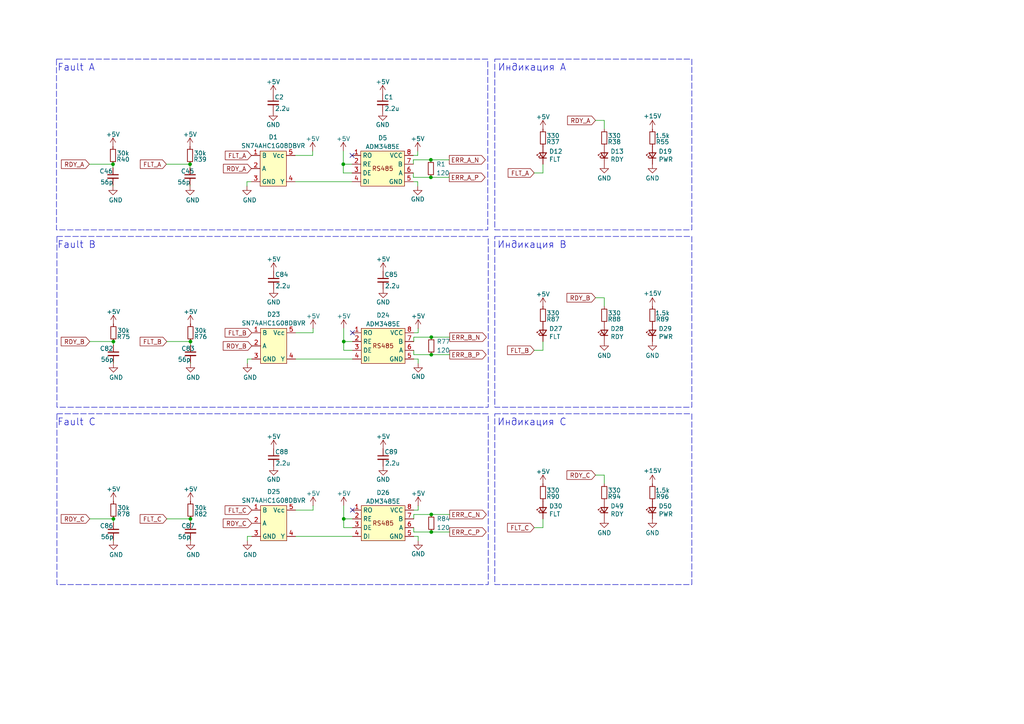
<source format=kicad_sch>
(kicad_sch (version 20231120) (generator "eeschema") (generator_version "8.0")
  (paper "A4")
  (lib_symbols
    (symbol "Device:C_Small" (pin_numbers hide) (pin_names (offset 0.254) hide)
      (property "Reference" "C" (at 0.254 1.778 0))
      (property "Value" "C_Small" (at 0.254 -2.032 0))
      (symbol "C_Small_0_1"
        (polyline (pts (xy -1.524 -0.508) (xy 1.524 -0.508)) (stroke (width 0.3302)))
        (polyline (pts (xy -1.524 0.508) (xy 1.524 0.508)) (stroke (width 0.3048)))
      )
      (symbol "C_Small_1_1"
        (pin passive line (at 0 2.54 270) (length 2.032) (name "~") (number "1"))
        (pin passive line (at 0 -2.54 90) (length 2.032) (name "~") (number "2"))
      )
    )
    (symbol "Device:LED_Small" (pin_numbers hide) (pin_names (offset 0.254) hide)
      (property "Reference" "D" (at -1.27 3.175 0))
      (property "Value" "LED_Small" (at -4.445 -2.54 0))
      (symbol "LED_Small_0_1"
        (polyline (pts (xy -0.762 -1.016) (xy -0.762 1.016)) (stroke (width 0.254)))
        (polyline (pts (xy 1.016 0) (xy -0.762 0)))
        (polyline (pts (xy 0.762 -1.016) (xy -0.762 0) (xy 0.762 1.016) (xy 0.762 -1.016)) (stroke (width 0.254)))
        (polyline (pts (xy 0 0.762) (xy -0.508 1.27) (xy -0.254 1.27) (xy -0.508 1.27) (xy -0.508 1.016)))
        (polyline (pts (xy 0.508 1.27) (xy 0 1.778) (xy 0.254 1.778) (xy 0 1.778) (xy 0 1.524)))
      )
      (symbol "LED_Small_1_1"
        (pin passive line (at -2.54 0 0) (length 1.778) (name "K") (number "1"))
        (pin passive line (at 2.54 0 180) (length 1.778) (name "A") (number "2"))
      )
    )
    (symbol "Device:R_Small" (pin_numbers hide) (pin_names (offset 0.254) hide)
      (property "Reference" "R" (at 0.762 0.508 0))
      (property "Value" "R_Small" (at 0.762 -1.016 0))
      (symbol "R_Small_0_1"
        (rectangle (start -0.762 1.778) (end 0.762 -1.778) (stroke (width 0.2032)))
      )
      (symbol "R_Small_1_1"
        (pin passive line (at 0 2.54 270) (length 0.762) (name "~") (number "1"))
        (pin passive line (at 0 -2.54 90) (length 0.762) (name "~") (number "2"))
      )
    )
    (symbol "Interface_My:ADM3485E_1"
      (property "Reference" "D15" (at 0 2.032 0))
      (property "Value" "ADM3485E" (at 0 -0.508 0))
      (symbol "ADM3485E_1_0_0"
        (rectangle (start -6.35 -2.54) (end 6.35 -12.7) (fill (type background)))
        (text "RS485" (at 0 -7.62 0) (effects (font (size 1.27 1.27))))
      )
      (symbol "ADM3485E_1_1_1"
        (pin input line (at -8.89 -3.81 0) (length 2.54) (name "RO") (number "1"))
        (pin input line (at -8.89 -6.35 0) (length 2.54) (name "RE") (number "2"))
        (pin input line (at -8.89 -8.89 0) (length 2.54) (name "DE") (number "3"))
        (pin input line (at -8.89 -11.43 0) (length 2.54) (name "DI") (number "4"))
        (pin input line (at 8.89 -11.43 180) (length 2.54) (name "GND") (number "5"))
        (pin input line (at 8.89 -8.89 180) (length 2.54) (name "A") (number "6"))
        (pin input line (at 8.89 -6.35 180) (length 2.54) (name "B") (number "7"))
        (pin input line (at 8.89 -3.81 180) (length 2.54) (name "VCC") (number "8"))
      )
    )
    (symbol "Logic_My:MC74VHC1GT08DTT1G"
      (property "Reference" "D" (at 0 1.016 0))
      (symbol "MC74VHC1GT08DTT1G_1_1"
        (rectangle (start -3.81 0) (end 3.81 -10.16) (fill (type background)))
        (pin input line (at -6.35 -1.27 0) (length 2.54) (name "B") (number "1"))
        (pin input line (at -6.35 -5.08 0) (length 2.54) (name "A") (number "2"))
        (pin input line (at -6.35 -8.89 0) (length 2.54) (name "GND") (number "3"))
        (pin input line (at 6.35 -8.89 180) (length 2.54) (name "Y") (number "4"))
        (pin input line (at 6.35 -1.27 180) (length 2.54) (name "Vcc") (number "5"))
      )
    )
    (symbol "power:+15V" (power) (pin_names (offset 0))
      (property "Value" "+15V" (at 0 3.556 0))
      (symbol "+15V_0_1"
        (polyline (pts (xy -0.762 1.27) (xy 0 2.54)))
        (polyline (pts (xy 0 0) (xy 0 2.54)))
        (polyline (pts (xy 0 2.54) (xy 0.762 1.27)))
      )
      (symbol "+15V_1_1"
        (pin power_in line (at 0 0 90) (length 0) hide (name "+15V") (number "1"))
      )
    )
    (symbol "power:+5V" (power) (pin_numbers hide) (pin_names (offset 0) hide)
      (property "Value" "+5V" (at 0 3.556 0))
      (symbol "+5V_0_1"
        (polyline (pts (xy -0.762 1.27) (xy 0 2.54)))
        (polyline (pts (xy 0 0) (xy 0 2.54)))
        (polyline (pts (xy 0 2.54) (xy 0.762 1.27)))
      )
      (symbol "+5V_1_1"
        (pin power_in line (at 0 0 90) (length 0) (name "~") (number "1"))
      )
    )
    (symbol "power:GND" (power) (pin_names (offset 0))
      (property "Value" "GND" (at 0 -3.81 0))
      (symbol "GND_0_1"
        (polyline (pts (xy 0 0) (xy 0 -1.27) (xy 1.27 -1.27) (xy 0 -2.54) (xy -1.27 -1.27) (xy 0 -1.27)))
      )
      (symbol "GND_1_1"
        (pin power_in line (at 0 0 270) (length 0) hide (name "GND") (number "1"))
      )
    )
  )
  (junction (at 125.095 149.225))
  (junction (at 99.695 150.495))
  (junction (at 125.095 154.305))
  (junction (at 55.118 47.625))
  (junction (at 124.968 46.355))
  (junction (at 32.893 150.495))
  (junction (at 125.095 102.87))
  (junction (at 99.568 47.625))
  (junction (at 124.968 51.435))
  (junction (at 55.245 99.06))
  (junction (at 99.695 99.06))
  (junction (at 32.766 47.625))
  (junction (at 125.095 97.79))
  (junction (at 32.893 99.06))
  (junction (at 55.245 150.495))
  (no_connect (at 102.108 45.085))
  (no_connect (at 102.235 96.52))
  (no_connect (at 102.235 147.955))
  (wire (pts (xy 102.235 153.035) (xy 99.695 153.035)))
  (wire (pts (xy 120.015 102.87) (xy 120.015 101.6)))
  (wire (pts (xy 99.695 150.495) (xy 102.235 150.495)))
  (wire (pts (xy 32.893 105.41) (xy 32.893 105.156)))
  (wire (pts (xy 119.888 45.085) (xy 121.158 45.085)))
  (wire (pts (xy 125.095 149.225) (xy 120.015 149.225)))
  (wire (pts (xy 154.94 153.035) (xy 157.48 153.035)))
  (wire (pts (xy 157.48 50.165) (xy 157.48 47.625)))
  (wire (pts (xy 55.118 53.975) (xy 55.118 53.721)))
  (wire (pts (xy 99.695 153.035) (xy 99.695 150.495)))
  (wire (pts (xy 125.095 102.87) (xy 120.015 102.87)))
  (wire (pts (xy 55.245 151.511) (xy 55.245 150.495)))
  (wire (pts (xy 99.568 43.815) (xy 99.568 47.625)))
  (wire (pts (xy 26.035 99.06) (xy 32.893 99.06)))
  (wire (pts (xy 71.755 155.575) (xy 71.755 156.845)))
  (wire (pts (xy 85.598 45.085) (xy 90.678 45.085)))
  (wire (pts (xy 172.72 34.925) (xy 175.26 34.925)))
  (wire (pts (xy 125.095 97.79) (xy 120.015 97.79)))
  (wire (pts (xy 124.968 46.355) (xy 119.888 46.355)))
  (wire (pts (xy 172.72 137.795) (xy 175.26 137.795)))
  (wire (pts (xy 125.095 97.79) (xy 130.429 97.79)))
  (wire (pts (xy 99.695 101.6) (xy 99.695 99.06)))
  (wire (pts (xy 125.095 154.305) (xy 130.429 154.305)))
  (wire (pts (xy 124.968 51.435) (xy 119.888 51.435)))
  (wire (pts (xy 102.108 50.165) (xy 99.568 50.165)))
  (wire (pts (xy 55.245 105.41) (xy 55.245 105.156)))
  (wire (pts (xy 120.015 147.955) (xy 121.285 147.955)))
  (wire (pts (xy 124.968 51.435) (xy 130.302 51.435)))
  (wire (pts (xy 32.766 48.641) (xy 32.766 47.625)))
  (wire (pts (xy 125.095 149.225) (xy 130.429 149.225)))
  (wire (pts (xy 85.725 104.14) (xy 102.235 104.14)))
  (wire (pts (xy 121.285 96.52) (xy 121.285 95.25)))
  (wire (pts (xy 48.387 150.495) (xy 55.245 150.495)))
  (wire (pts (xy 119.888 46.355) (xy 119.888 47.625)))
  (wire (pts (xy 175.26 86.36) (xy 175.26 88.9)))
  (wire (pts (xy 32.766 53.975) (xy 32.766 53.721)))
  (wire (pts (xy 32.893 100.076) (xy 32.893 99.06)))
  (wire (pts (xy 99.695 146.685) (xy 99.695 150.495)))
  (wire (pts (xy 120.015 96.52) (xy 121.285 96.52)))
  (wire (pts (xy 71.628 52.705) (xy 71.628 53.975)))
  (wire (pts (xy 121.285 147.955) (xy 121.285 146.685)))
  (wire (pts (xy 120.015 104.14) (xy 121.285 104.14)))
  (wire (pts (xy 55.245 156.845) (xy 55.245 156.591)))
  (wire (pts (xy 55.118 48.641) (xy 55.118 47.625)))
  (wire (pts (xy 99.568 50.165) (xy 99.568 47.625)))
  (wire (pts (xy 25.908 47.625) (xy 32.766 47.625)))
  (wire (pts (xy 99.695 95.25) (xy 99.695 99.06)))
  (wire (pts (xy 72.898 52.705) (xy 71.628 52.705)))
  (wire (pts (xy 90.805 147.955) (xy 90.805 146.685)))
  (wire (pts (xy 99.695 99.06) (xy 102.235 99.06)))
  (wire (pts (xy 32.893 156.845) (xy 32.893 156.591)))
  (wire (pts (xy 121.285 155.575) (xy 121.285 156.845)))
  (wire (pts (xy 48.26 47.625) (xy 55.118 47.625)))
  (wire (pts (xy 120.015 149.225) (xy 120.015 150.495)))
  (wire (pts (xy 157.48 101.6) (xy 157.48 99.06)))
  (wire (pts (xy 90.678 45.085) (xy 90.678 43.815)))
  (wire (pts (xy 120.015 155.575) (xy 121.285 155.575)))
  (wire (pts (xy 120.015 97.79) (xy 120.015 99.06)))
  (wire (pts (xy 90.805 96.52) (xy 90.805 95.25)))
  (wire (pts (xy 26.035 150.495) (xy 32.893 150.495)))
  (wire (pts (xy 85.725 147.955) (xy 90.805 147.955)))
  (wire (pts (xy 125.095 102.87) (xy 130.429 102.87)))
  (wire (pts (xy 85.598 52.705) (xy 102.108 52.705)))
  (wire (pts (xy 85.725 96.52) (xy 90.805 96.52)))
  (wire (pts (xy 85.725 155.575) (xy 102.235 155.575)))
  (wire (pts (xy 119.888 52.705) (xy 121.158 52.705)))
  (wire (pts (xy 121.158 45.085) (xy 121.158 43.815)))
  (wire (pts (xy 121.158 52.705) (xy 121.158 53.975)))
  (wire (pts (xy 157.48 153.035) (xy 157.48 150.495)))
  (wire (pts (xy 175.26 34.925) (xy 175.26 37.465)))
  (wire (pts (xy 73.025 104.14) (xy 71.755 104.14)))
  (wire (pts (xy 119.888 51.435) (xy 119.888 50.165)))
  (wire (pts (xy 32.893 151.511) (xy 32.893 150.495)))
  (wire (pts (xy 55.245 100.076) (xy 55.245 99.06)))
  (wire (pts (xy 121.285 104.14) (xy 121.285 105.41)))
  (wire (pts (xy 172.72 86.36) (xy 175.26 86.36)))
  (wire (pts (xy 48.387 99.06) (xy 55.245 99.06)))
  (wire (pts (xy 154.94 50.165) (xy 157.48 50.165)))
  (wire (pts (xy 124.968 46.355) (xy 130.302 46.355)))
  (wire (pts (xy 102.235 101.6) (xy 99.695 101.6)))
  (wire (pts (xy 154.94 101.6) (xy 157.48 101.6)))
  (wire (pts (xy 71.755 104.14) (xy 71.755 105.41)))
  (wire (pts (xy 125.095 154.305) (xy 120.015 154.305)))
  (wire (pts (xy 175.26 137.795) (xy 175.26 140.335)))
  (wire (pts (xy 99.568 47.625) (xy 102.108 47.625)))
  (wire (pts (xy 120.015 154.305) (xy 120.015 153.035)))
  (wire (pts (xy 73.025 155.575) (xy 71.755 155.575)))
  (rectangle (start 143.51 120.015) (end 200.66 169.545) (stroke (width 0) (type dash)))
  (rectangle (start 143.51 17.145) (end 200.66 66.675) (stroke (width 0) (type dash)))
  (rectangle (start 16.51 68.58) (end 141.605 118.11) (stroke (width 0) (type dash)))
  (rectangle (start 16.51 120.015) (end 141.605 169.545) (stroke (width 0) (type dash)))
  (rectangle (start 143.51 68.58) (end 200.66 118.11) (stroke (width 0) (type dash)))
  (rectangle (start 16.383 17.145) (end 141.478 66.675) (stroke (width 0) (type dash)))
  (text "Индикация B\n" (at 154.305 71.12 0) (effects (font (size 2 2))))
  (text "Индикация C" (at 154.305 122.555 0) (effects (font (size 2 2))))
  (text "Fault B\n" (at 22.225 71.12 0) (effects (font (size 2 2))))
  (text "Fault C" (at 22.225 122.555 0) (effects (font (size 2 2))))
  (text "Индикация A" (at 154.305 19.685 0) (effects (font (size 2 2))))
  (text "Fault A" (at 22.098 19.685 0) (effects (font (size 2 2))))
  (global_label "RDY_A" (shape input) (at 172.72 34.925 180) (property "Intersheetrefs" "${INTERSHEET_REFS}" (effects (hide yes))))
  (global_label "FLT_A" (shape input) (at 48.26 47.625 180) (property "Intersheetrefs" "${INTERSHEET_REFS}" (effects (hide yes))))
  (global_label "FLT_C" (shape input) (at 73.025 147.955 180) (property "Intersheetrefs" "${INTERSHEET_REFS}" (effects (hide yes))))
  (global_label "ERR_A_N" (shape output) (at 130.302 46.355 0) (property "Intersheetrefs" "${INTERSHEET_REFS}" (effects (hide yes))))
  (global_label "FLT_B" (shape input) (at 73.025 96.52 180) (property "Intersheetrefs" "${INTERSHEET_REFS}" (effects (hide yes))))
  (global_label "RDY_C" (shape input) (at 172.72 137.795 180) (property "Intersheetrefs" "${INTERSHEET_REFS}" (effects (hide yes))))
  (global_label "ERR_B_N" (shape output) (at 130.429 97.79 0) (property "Intersheetrefs" "${INTERSHEET_REFS}" (effects (hide yes))))
  (global_label "ERR_B_P" (shape output) (at 130.429 102.87 0) (property "Intersheetrefs" "${INTERSHEET_REFS}" (effects (hide yes))))
  (global_label "RDY_B" (shape input) (at 73.025 100.33 180) (property "Intersheetrefs" "${INTERSHEET_REFS}" (effects (hide yes))))
  (global_label "RDY_C" (shape input) (at 26.035 150.495 180) (property "Intersheetrefs" "${INTERSHEET_REFS}" (effects (hide yes))))
  (global_label "FLT_A" (shape input) (at 72.898 45.085 180) (property "Intersheetrefs" "${INTERSHEET_REFS}" (effects (hide yes))))
  (global_label "ERR_C_N" (shape output) (at 130.429 149.225 0) (property "Intersheetrefs" "${INTERSHEET_REFS}" (effects (hide yes))))
  (global_label "ERR_A_P" (shape output) (at 130.302 51.435 0) (property "Intersheetrefs" "${INTERSHEET_REFS}" (effects (hide yes))))
  (global_label "RDY_A" (shape input) (at 72.898 48.895 180) (property "Intersheetrefs" "${INTERSHEET_REFS}" (effects (hide yes))))
  (global_label "FLT_A" (shape input) (at 154.94 50.165 180) (property "Intersheetrefs" "${INTERSHEET_REFS}" (effects (hide yes))))
  (global_label "RDY_A" (shape input) (at 25.908 47.625 180) (property "Intersheetrefs" "${INTERSHEET_REFS}" (effects (hide yes))))
  (global_label "ERR_C_P" (shape output) (at 130.429 154.305 0) (property "Intersheetrefs" "${INTERSHEET_REFS}" (effects (hide yes))))
  (global_label "FLT_C" (shape input) (at 48.387 150.495 180) (property "Intersheetrefs" "${INTERSHEET_REFS}" (effects (hide yes))))
  (global_label "RDY_B" (shape input) (at 172.72 86.36 180) (property "Intersheetrefs" "${INTERSHEET_REFS}" (effects (hide yes))))
  (global_label "RDY_B" (shape input) (at 26.035 99.06 180) (property "Intersheetrefs" "${INTERSHEET_REFS}" (effects (hide yes))))
  (global_label "FLT_B" (shape input) (at 154.94 101.6 180) (property "Intersheetrefs" "${INTERSHEET_REFS}" (effects (hide yes))))
  (global_label "FLT_C" (shape input) (at 154.94 153.035 180) (property "Intersheetrefs" "${INTERSHEET_REFS}" (effects (hide yes))))
  (global_label "FLT_B" (shape input) (at 48.387 99.06 180) (property "Intersheetrefs" "${INTERSHEET_REFS}" (effects (hide yes))))
  (global_label "RDY_C" (shape input) (at 73.025 151.765 180) (property "Intersheetrefs" "${INTERSHEET_REFS}" (effects (hide yes))))
  (symbol (lib_id "power:GND") (at 175.26 99.06 0) (unit 1)
    (property "Reference" "#PWR0212" (effects (hide yes)))
    (property "Value" "GND" (at 173.228 103.124 0) (effects (justify left)))
  )
  (symbol (lib_id "Device:R_Small") (at 32.766 45.085 180) (unit 1)
    (property "Reference" "R40" (at 35.687 46.228 0))
    (property "Value" "30k" (at 35.687 44.45 0))
    (property "Footprint" "Resistor_SMD:R_0805_2012Metric_Pad1.20x1.40mm_HandSolder" (effects (hide yes)))
  )
  (symbol (lib_id "power:+5V") (at 32.766 42.545 0) (unit 1)
    (property "Reference" "#PWR0123" (effects (hide yes)))
    (property "Value" "+5V" (at 32.766 38.989 0))
    (property "Description" "Power symbol creates a global label with name \"+5V\"" (effects (hide yes)))
  )
  (symbol (lib_id "Device:R_Small") (at 157.48 142.875 180) (unit 1)
    (property "Reference" "R90" (at 160.401 144.018 0))
    (property "Value" "330" (at 160.401 142.24 0))
    (property "Footprint" "Resistor_SMD:R_0805_2012Metric_Pad1.20x1.40mm_HandSolder" (effects (hide yes)))
  )
  (symbol (lib_id "power:+5V") (at 99.695 146.685 0) (unit 1)
    (property "Reference" "#PWR0206" (effects (hide yes)))
    (property "Value" "+5V" (at 99.695 143.129 0))
    (property "Description" "Power symbol creates a global label with name \"+5V\"" (effects (hide yes)))
  )
  (symbol (lib_id "power:GND") (at 55.118 53.975 0) (unit 1)
    (property "Reference" "#PWR074" (effects (hide yes)))
    (property "Value" "GND" (at 53.848 58.039 0) (effects (justify left)))
  )
  (symbol (lib_id "power:GND") (at 32.893 156.845 0) (unit 1)
    (property "Reference" "#PWR0172" (effects (hide yes)))
    (property "Value" "GND" (at 31.623 160.909 0) (effects (justify left)))
  )
  (symbol (lib_id "power:+5V") (at 99.568 43.815 0) (unit 1)
    (property "Reference" "#PWR05" (effects (hide yes)))
    (property "Value" "+5V" (at 99.568 40.259 0))
    (property "Description" "Power symbol creates a global label with name \"+5V\"" (effects (hide yes)))
  )
  (symbol (lib_id "Device:C_Small") (at 55.245 154.051 0) (unit 1)
    (property "Reference" "C87" (at 52.578 152.527 0) (effects (justify left)))
    (property "Value" "56p" (at 51.562 155.702 0) (effects (justify left)))
    (property "Footprint" "Capacitor_SMD:C_0805_2012Metric_Pad1.18x1.45mm_HandSolder" (effects (hide yes)))
  )
  (symbol (lib_id "power:+5V") (at 157.48 140.335 0) (unit 1)
    (property "Reference" "#PWR0215" (effects (hide yes)))
    (property "Value" "+5V" (at 157.48 136.779 0))
    (property "Description" "Power symbol creates a global label with name \"+5V\"" (effects (hide yes)))
  )
  (symbol (lib_id "power:+5V") (at 79.375 130.175 0) (unit 1)
    (property "Reference" "#PWR0200" (effects (hide yes)))
    (property "Value" "+5V" (at 79.375 126.619 0))
    (property "Description" "Power symbol creates a global label with name \"+5V\"" (effects (hide yes)))
  )
  (symbol (lib_id "Device:R_Small") (at 32.893 147.955 180) (unit 1)
    (property "Reference" "R78" (at 35.814 149.098 0))
    (property "Value" "30k" (at 35.814 147.32 0))
    (property "Footprint" "Resistor_SMD:R_0805_2012Metric_Pad1.20x1.40mm_HandSolder" (effects (hide yes)))
  )
  (symbol (lib_id "power:GND") (at 189.23 150.495 0) (unit 1)
    (property "Reference" "#PWR0218" (effects (hide yes)))
    (property "Value" "GND" (at 187.198 154.559 0) (effects (justify left)))
  )
  (symbol (lib_id "power:+5V") (at 121.285 146.685 0) (unit 1)
    (property "Reference" "#PWR0209" (effects (hide yes)))
    (property "Value" "+5V" (at 121.285 143.129 0))
    (property "Description" "Power symbol creates a global label with name \"+5V\"" (effects (hide yes)))
  )
  (symbol (lib_id "Device:LED_Small") (at 175.26 45.085 90) (unit 1)
    (property "Reference" "D13" (at 177.038 43.9166 90) (effects (justify right)))
    (property "Value" "RDY" (at 177.038 46.228 90) (effects (justify right)))
    (property "Footprint" "LED_SMD:LED_0805_2012Metric_Pad1.15x1.40mm_HandSolder" (effects (hide yes)))
  )
  (symbol (lib_id "Device:R_Small") (at 125.095 151.765 0) (unit 1)
    (property "Reference" "R84" (at 126.6698 150.4949 0) (effects (justify left)))
    (property "Value" "120" (at 126.6698 153.0349 0) (effects (justify left)))
    (property "Footprint" "Resistor_SMD:R_0805_2012Metric_Pad1.20x1.40mm_HandSolder" (effects (hide yes)))
  )
  (symbol (lib_id "power:GND") (at 71.628 53.975 0) (unit 1)
    (property "Reference" "#PWR02" (effects (hide yes)))
    (property "Value" "GND" (at 70.358 58.039 0) (effects (justify left)))
  )
  (symbol (lib_id "Device:R_Small") (at 55.245 96.52 180) (unit 1)
    (property "Reference" "R76" (at 58.166 97.663 0))
    (property "Value" "30k" (at 58.166 95.885 0))
    (property "Footprint" "Resistor_SMD:R_0805_2012Metric_Pad1.20x1.40mm_HandSolder" (effects (hide yes)))
  )
  (symbol (lib_id "Device:LED_Small") (at 175.26 147.955 90) (unit 1)
    (property "Reference" "D49" (at 177.038 146.7866 90) (effects (justify right)))
    (property "Value" "RDY" (at 177.038 149.098 90) (effects (justify right)))
    (property "Footprint" "LED_SMD:LED_0805_2012Metric_Pad1.15x1.40mm_HandSolder" (effects (hide yes)))
  )
  (symbol (lib_id "Device:LED_Small") (at 157.48 147.955 90) (unit 1)
    (property "Reference" "D30" (at 159.258 146.7866 90) (effects (justify right)))
    (property "Value" "FLT" (at 159.258 149.098 90) (effects (justify right)))
    (property "Footprint" "LED_SMD:LED_0805_2012Metric_Pad1.15x1.40mm_HandSolder" (effects (hide yes)))
  )
  (symbol (lib_id "power:+5V") (at 157.48 37.465 0) (unit 1)
    (property "Reference" "#PWR0124" (effects (hide yes)))
    (property "Value" "+5V" (at 157.48 33.909 0))
    (property "Description" "Power symbol creates a global label with name \"+5V\"" (effects (hide yes)))
  )
  (symbol (lib_id "power:GND") (at 110.998 32.385 0) (unit 1)
    (property "Reference" "#PWR04" (effects (hide yes)))
    (property "Value" "GND" (at 110.998 36.195 0))
  )
  (symbol (lib_id "power:GND") (at 79.375 135.255 0) (unit 1)
    (property "Reference" "#PWR0202" (effects (hide yes)))
    (property "Value" "GND" (at 79.375 139.065 0))
  )
  (symbol (lib_id "Device:R_Small") (at 55.118 45.085 180) (unit 1)
    (property "Reference" "R39" (at 58.039 46.228 0))
    (property "Value" "30k" (at 58.039 44.45 0))
    (property "Footprint" "Resistor_SMD:R_0805_2012Metric_Pad1.20x1.40mm_HandSolder" (effects (hide yes)))
  )
  (symbol (lib_id "power:+5V") (at 121.285 95.25 0) (unit 1)
    (property "Reference" "#PWR0158" (effects (hide yes)))
    (property "Value" "+5V" (at 121.285 91.694 0))
    (property "Description" "Power symbol creates a global label with name \"+5V\"" (effects (hide yes)))
  )
  (symbol (lib_id "Interface_My:ADM3485E_1") (at 111.125 144.145 0) (unit 1)
    (property "Reference" "D26" (at 111.125 142.875 0))
    (property "Value" "ADM3485E" (at 111.125 145.415 0))
    (property "Footprint" "Package_SO:SOIC-8_3.9x4.9mm_P1.27mm" (effects (hide yes)))
  )
  (symbol (lib_id "Device:R_Small") (at 175.26 40.005 180) (unit 1)
    (property "Reference" "R38" (at 178.181 41.148 0))
    (property "Value" "330" (at 178.181 39.37 0))
    (property "Footprint" "Resistor_SMD:R_0805_2012Metric_Pad1.20x1.40mm_HandSolder" (effects (hide yes)))
  )
  (symbol (lib_id "power:GND") (at 32.766 53.975 0) (unit 1)
    (property "Reference" "#PWR081" (effects (hide yes)))
    (property "Value" "GND" (at 31.496 58.039 0) (effects (justify left)))
  )
  (symbol (lib_id "power:GND") (at 32.893 105.41 0) (unit 1)
    (property "Reference" "#PWR0137" (effects (hide yes)))
    (property "Value" "GND" (at 31.623 109.474 0) (effects (justify left)))
  )
  (symbol (lib_id "Device:C_Small") (at 79.375 132.715 0) (unit 1)
    (property "Reference" "C88" (at 79.756 131.064 0) (effects (justify left)))
    (property "Value" "2.2u" (at 79.883 134.366 0) (effects (justify left)))
    (property "Footprint" "Capacitor_SMD:C_0805_2012Metric_Pad1.18x1.45mm_HandSolder" (effects (hide yes)))
  )
  (symbol (lib_id "power:GND") (at 121.285 156.845 0) (unit 1)
    (property "Reference" "#PWR0210" (effects (hide yes)))
    (property "Value" "GND" (at 121.285 160.655 0))
  )
  (symbol (lib_id "Logic_My:MC74VHC1GT08DTT1G") (at 79.375 146.685 0) (unit 1)
    (property "Reference" "D25" (at 79.375 142.621 0))
    (property "Value" "SN74AHC1G08DBVR" (at 79.375 145.161 0))
    (property "Footprint" "Package_TO_SOT_SMD:SOT-23-5_HandSoldering" (effects (hide yes)))
  )
  (symbol (lib_id "Device:C_Small") (at 111.125 132.715 0) (unit 1)
    (property "Reference" "C89" (at 111.506 131.064 0) (effects (justify left)))
    (property "Value" "2.2u" (at 111.633 134.366 0) (effects (justify left)))
    (property "Footprint" "Capacitor_SMD:C_0805_2012Metric_Pad1.18x1.45mm_HandSolder" (effects (hide yes)))
  )
  (symbol (lib_id "Device:LED_Small") (at 189.23 147.955 90) (unit 1)
    (property "Reference" "D50" (at 191.008 146.7866 90) (effects (justify right)))
    (property "Value" "PWR" (at 191.008 149.098 90) (effects (justify right)))
    (property "Footprint" "LED_SMD:LED_0805_2012Metric_Pad1.15x1.40mm_HandSolder" (effects (hide yes)))
  )
  (symbol (lib_id "power:+5V") (at 79.375 78.74 0) (unit 1)
    (property "Reference" "#PWR0152" (effects (hide yes)))
    (property "Value" "+5V" (at 79.375 75.184 0))
    (property "Description" "Power symbol creates a global label with name \"+5V\"" (effects (hide yes)))
  )
  (symbol (lib_id "Device:LED_Small") (at 189.23 96.52 90) (unit 1)
    (property "Reference" "D29" (at 191.008 95.3516 90) (effects (justify right)))
    (property "Value" "PWR" (at 191.008 97.663 90) (effects (justify right)))
    (property "Footprint" "LED_SMD:LED_0805_2012Metric_Pad1.15x1.40mm_HandSolder" (effects (hide yes)))
  )
  (symbol (lib_id "Device:R_Small") (at 175.26 91.44 180) (unit 1)
    (property "Reference" "R88" (at 178.181 92.583 0))
    (property "Value" "330" (at 178.181 90.805 0))
    (property "Footprint" "Resistor_SMD:R_0805_2012Metric_Pad1.20x1.40mm_HandSolder" (effects (hide yes)))
  )
  (symbol (lib_id "Device:LED_Small") (at 189.23 45.085 90) (unit 1)
    (property "Reference" "D19" (at 191.008 43.9166 90) (effects (justify right)))
    (property "Value" "PWR" (at 191.008 46.228 90) (effects (justify right)))
    (property "Footprint" "LED_SMD:LED_0805_2012Metric_Pad1.15x1.40mm_HandSolder" (effects (hide yes)))
  )
  (symbol (lib_id "Device:R_Small") (at 124.968 48.895 0) (unit 1)
    (property "Reference" "R1" (at 126.5428 47.6249 0) (effects (justify left)))
    (property "Value" "120" (at 126.5428 50.1649 0) (effects (justify left)))
    (property "Footprint" "Resistor_SMD:R_0805_2012Metric_Pad1.20x1.40mm_HandSolder" (effects (hide yes)))
  )
  (symbol (lib_id "Device:LED_Small") (at 157.48 45.085 90) (unit 1)
    (property "Reference" "D12" (at 159.258 43.9166 90) (effects (justify right)))
    (property "Value" "FLT" (at 159.258 46.228 90) (effects (justify right)))
    (property "Footprint" "LED_SMD:LED_0805_2012Metric_Pad1.15x1.40mm_HandSolder" (effects (hide yes)))
  )
  (symbol (lib_id "Logic_My:MC74VHC1GT08DTT1G") (at 79.248 43.815 0) (unit 1)
    (property "Reference" "D1" (at 79.248 39.751 0))
    (property "Value" "SN74AHC1G08DBVR" (at 79.248 42.291 0))
    (property "Footprint" "Package_TO_SOT_SMD:SOT-23-5_HandSoldering" (effects (hide yes)))
  )
  (symbol (lib_id "power:+5V") (at 79.248 27.305 0) (unit 1)
    (property "Reference" "#PWR025" (effects (hide yes)))
    (property "Value" "+5V" (at 79.248 23.749 0))
    (property "Description" "Power symbol creates a global label with name \"+5V\"" (effects (hide yes)))
  )
  (symbol (lib_id "Device:C_Small") (at 55.245 102.616 0) (unit 1)
    (property "Reference" "C83" (at 52.578 101.092 0) (effects (justify left)))
    (property "Value" "56p" (at 51.562 104.267 0) (effects (justify left)))
    (property "Footprint" "Capacitor_SMD:C_0805_2012Metric_Pad1.18x1.45mm_HandSolder" (effects (hide yes)))
  )
  (symbol (lib_id "power:+5V") (at 99.695 95.25 0) (unit 1)
    (property "Reference" "#PWR0155" (effects (hide yes)))
    (property "Value" "+5V" (at 99.695 91.694 0))
    (property "Description" "Power symbol creates a global label with name \"+5V\"" (effects (hide yes)))
  )
  (symbol (lib_id "power:+5V") (at 32.893 93.98 0) (unit 1)
    (property "Reference" "#PWR0136" (effects (hide yes)))
    (property "Value" "+5V" (at 32.893 90.424 0))
    (property "Description" "Power symbol creates a global label with name \"+5V\"" (effects (hide yes)))
  )
  (symbol (lib_id "Device:R_Small") (at 189.23 142.875 180) (unit 1)
    (property "Reference" "R96" (at 192.151 144.018 0))
    (property "Value" "1.5k" (at 192.151 142.24 0))
    (property "Footprint" "Resistor_SMD:R_0805_2012Metric_Pad1.20x1.40mm_HandSolder" (effects (hide yes)))
  )
  (symbol (lib_id "Device:C_Small") (at 32.893 154.051 0) (unit 1)
    (property "Reference" "C86" (at 28.956 152.527 0) (effects (justify left)))
    (property "Value" "56p" (at 29.21 155.702 0) (effects (justify left)))
    (property "Footprint" "Capacitor_SMD:C_0805_2012Metric_Pad1.18x1.45mm_HandSolder" (effects (hide yes)))
  )
  (symbol (lib_id "power:GND") (at 71.755 156.845 0) (unit 1)
    (property "Reference" "#PWR0188" (effects (hide yes)))
    (property "Value" "GND" (at 70.485 160.909 0) (effects (justify left)))
  )
  (symbol (lib_id "power:+5V") (at 90.805 95.25 0) (unit 1)
    (property "Reference" "#PWR0154" (effects (hide yes)))
    (property "Value" "+5V" (at 90.805 91.694 0))
    (property "Description" "Power symbol creates a global label with name \"+5V\"" (effects (hide yes)))
  )
  (symbol (lib_id "power:+5V") (at 55.118 42.545 0) (unit 1)
    (property "Reference" "#PWR0121" (effects (hide yes)))
    (property "Value" "+5V" (at 55.118 38.989 0))
    (property "Description" "Power symbol creates a global label with name \"+5V\"" (effects (hide yes)))
  )
  (symbol (lib_id "power:+5V") (at 32.893 145.415 0) (unit 1)
    (property "Reference" "#PWR0160" (effects (hide yes)))
    (property "Value" "+5V" (at 32.893 141.859 0))
    (property "Description" "Power symbol creates a global label with name \"+5V\"" (effects (hide yes)))
  )
  (symbol (lib_id "Device:R_Small") (at 125.095 100.33 0) (unit 1)
    (property "Reference" "R77" (at 126.6698 99.0599 0) (effects (justify left)))
    (property "Value" "120" (at 126.6698 101.5999 0) (effects (justify left)))
    (property "Footprint" "Resistor_SMD:R_0805_2012Metric_Pad1.20x1.40mm_HandSolder" (effects (hide yes)))
  )
  (symbol (lib_id "power:GND") (at 175.26 47.625 0) (unit 1)
    (property "Reference" "#PWR08" (effects (hide yes)))
    (property "Value" "GND" (at 173.228 51.689 0) (effects (justify left)))
  )
  (symbol (lib_id "power:+5V") (at 157.48 88.9 0) (unit 1)
    (property "Reference" "#PWR0211" (effects (hide yes)))
    (property "Value" "+5V" (at 157.48 85.344 0))
    (property "Description" "Power symbol creates a global label with name \"+5V\"" (effects (hide yes)))
  )
  (symbol (lib_id "power:GND") (at 71.755 105.41 0) (unit 1)
    (property "Reference" "#PWR0151" (effects (hide yes)))
    (property "Value" "GND" (at 70.485 109.474 0) (effects (justify left)))
  )
  (symbol (lib_id "power:+15V") (at 189.23 140.335 0) (unit 1)
    (property "Reference" "#PWR0217" (effects (hide yes)))
    (property "Value" "+15V" (at 189.23 136.525 0))
  )
  (symbol (lib_id "Device:LED_Small") (at 157.48 96.52 90) (unit 1)
    (property "Reference" "D27" (at 159.258 95.3516 90) (effects (justify right)))
    (property "Value" "FLT" (at 159.258 97.663 90) (effects (justify right)))
    (property "Footprint" "LED_SMD:LED_0805_2012Metric_Pad1.15x1.40mm_HandSolder" (effects (hide yes)))
  )
  (symbol (lib_id "power:GND") (at 175.26 150.495 0) (unit 1)
    (property "Reference" "#PWR0216" (effects (hide yes)))
    (property "Value" "GND" (at 173.228 154.559 0) (effects (justify left)))
  )
  (symbol (lib_id "power:+5V") (at 90.678 43.815 0) (unit 1)
    (property "Reference" "#PWR01" (effects (hide yes)))
    (property "Value" "+5V" (at 90.678 40.259 0))
    (property "Description" "Power symbol creates a global label with name \"+5V\"" (effects (hide yes)))
  )
  (symbol (lib_id "Device:R_Small") (at 189.23 91.44 180) (unit 1)
    (property "Reference" "R89" (at 192.151 92.583 0))
    (property "Value" "1.5k" (at 192.151 90.805 0))
    (property "Footprint" "Resistor_SMD:R_0805_2012Metric_Pad1.20x1.40mm_HandSolder" (effects (hide yes)))
  )
  (symbol (lib_id "Device:R_Small") (at 157.48 40.005 180) (unit 1)
    (property "Reference" "R37" (at 160.401 41.148 0))
    (property "Value" "330" (at 160.401 39.37 0))
    (property "Footprint" "Resistor_SMD:R_0805_2012Metric_Pad1.20x1.40mm_HandSolder" (effects (hide yes)))
  )
  (symbol (lib_id "power:GND") (at 55.245 105.41 0) (unit 1)
    (property "Reference" "#PWR0150" (effects (hide yes)))
    (property "Value" "GND" (at 53.975 109.474 0) (effects (justify left)))
  )
  (symbol (lib_id "power:+5V") (at 111.125 130.175 0) (unit 1)
    (property "Reference" "#PWR0207" (effects (hide yes)))
    (property "Value" "+5V" (at 111.125 126.619 0))
    (property "Description" "Power symbol creates a global label with name \"+5V\"" (effects (hide yes)))
  )
  (symbol (lib_id "Interface_My:ADM3485E_1") (at 111.125 92.71 0) (unit 1)
    (property "Reference" "D24" (at 111.125 91.44 0))
    (property "Value" "ADM3485E" (at 111.125 93.98 0))
    (property "Footprint" "Package_SO:SOIC-8_3.9x4.9mm_P1.27mm" (effects (hide yes)))
  )
  (symbol (lib_id "power:+15V") (at 189.23 88.9 0) (unit 1)
    (property "Reference" "#PWR0213" (effects (hide yes)))
    (property "Value" "+15V" (at 189.23 85.09 0))
  )
  (symbol (lib_id "power:GND") (at 189.23 47.625 0) (unit 1)
    (property "Reference" "#PWR059" (effects (hide yes)))
    (property "Value" "GND" (at 187.198 51.689 0) (effects (justify left)))
  )
  (symbol (lib_id "Device:C_Small") (at 79.375 81.28 0) (unit 1)
    (property "Reference" "C84" (at 79.756 79.629 0) (effects (justify left)))
    (property "Value" "2.2u" (at 79.883 82.931 0) (effects (justify left)))
    (property "Footprint" "Capacitor_SMD:C_0805_2012Metric_Pad1.18x1.45mm_HandSolder" (effects (hide yes)))
  )
  (symbol (lib_id "power:+15V") (at 189.23 37.465 0) (unit 1)
    (property "Reference" "#PWR060" (effects (hide yes)))
    (property "Value" "+15V" (at 189.23 33.655 0))
  )
  (symbol (lib_id "Device:R_Small") (at 32.893 96.52 180) (unit 1)
    (property "Reference" "R75" (at 35.814 97.663 0))
    (property "Value" "30k" (at 35.814 95.885 0))
    (property "Footprint" "Resistor_SMD:R_0805_2012Metric_Pad1.20x1.40mm_HandSolder" (effects (hide yes)))
  )
  (symbol (lib_id "Device:LED_Small") (at 175.26 96.52 90) (unit 1)
    (property "Reference" "D28" (at 177.038 95.3516 90) (effects (justify right)))
    (property "Value" "RDY" (at 177.038 97.663 90) (effects (justify right)))
    (property "Footprint" "LED_SMD:LED_0805_2012Metric_Pad1.15x1.40mm_HandSolder" (effects (hide yes)))
  )
  (symbol (lib_id "power:GND") (at 111.125 83.82 0) (unit 1)
    (property "Reference" "#PWR0157" (effects (hide yes)))
    (property "Value" "GND" (at 111.125 87.63 0))
  )
  (symbol (lib_id "Device:R_Small") (at 55.245 147.955 180) (unit 1)
    (property "Reference" "R82" (at 58.166 149.098 0))
    (property "Value" "30k" (at 58.166 147.32 0))
    (property "Footprint" "Resistor_SMD:R_0805_2012Metric_Pad1.20x1.40mm_HandSolder" (effects (hide yes)))
  )
  (symbol (lib_id "Device:C_Small") (at 32.766 51.181 0) (unit 1)
    (property "Reference" "C46" (at 28.829 49.657 0) (effects (justify left)))
    (property "Value" "56p" (at 29.083 52.832 0) (effects (justify left)))
    (property "Footprint" "Capacitor_SMD:C_0805_2012Metric_Pad1.18x1.45mm_HandSolder" (effects (hide yes)))
  )
  (symbol (lib_id "power:GND") (at 111.125 135.255 0) (unit 1)
    (property "Reference" "#PWR0208" (effects (hide yes)))
    (property "Value" "GND" (at 111.125 139.065 0))
  )
  (symbol (lib_id "power:GND") (at 121.285 105.41 0) (unit 1)
    (property "Reference" "#PWR0159" (effects (hide yes)))
    (property "Value" "GND" (at 121.285 109.22 0))
  )
  (symbol (lib_id "Device:R_Small") (at 157.48 91.44 180) (unit 1)
    (property "Reference" "R87" (at 160.401 92.583 0))
    (property "Value" "330" (at 160.401 90.805 0))
    (property "Footprint" "Resistor_SMD:R_0805_2012Metric_Pad1.20x1.40mm_HandSolder" (effects (hide yes)))
  )
  (symbol (lib_id "power:GND") (at 79.248 32.385 0) (unit 1)
    (property "Reference" "#PWR026" (effects (hide yes)))
    (property "Value" "GND" (at 79.248 36.195 0))
  )
  (symbol (lib_id "power:+5V") (at 110.998 27.305 0) (unit 1)
    (property "Reference" "#PWR03" (effects (hide yes)))
    (property "Value" "+5V" (at 110.998 23.749 0))
    (property "Description" "Power symbol creates a global label with name \"+5V\"" (effects (hide yes)))
  )
  (symbol (lib_id "power:+5V") (at 90.805 146.685 0) (unit 1)
    (property "Reference" "#PWR0205" (effects (hide yes)))
    (property "Value" "+5V" (at 90.805 143.129 0))
    (property "Description" "Power symbol creates a global label with name \"+5V\"" (effects (hide yes)))
  )
  (symbol (lib_id "Logic_My:MC74VHC1GT08DTT1G") (at 79.375 95.25 0) (unit 1)
    (property "Reference" "D23" (at 79.375 91.186 0))
    (property "Value" "SN74AHC1G08DBVR" (at 79.375 93.726 0))
    (property "Footprint" "Package_TO_SOT_SMD:SOT-23-5_HandSoldering" (effects (hide yes)))
  )
  (symbol (lib_id "power:GND") (at 79.375 83.82 0) (unit 1)
    (property "Reference" "#PWR0153" (effects (hide yes)))
    (property "Value" "GND" (at 79.375 87.63 0))
  )
  (symbol (lib_id "Device:C_Small") (at 111.125 81.28 0) (unit 1)
    (property "Reference" "C85" (at 111.506 79.629 0) (effects (justify left)))
    (property "Value" "2.2u" (at 111.633 82.931 0) (effects (justify left)))
    (property "Footprint" "Capacitor_SMD:C_0805_2012Metric_Pad1.18x1.45mm_HandSolder" (effects (hide yes)))
  )
  (symbol (lib_id "Device:R_Small") (at 189.23 40.005 180) (unit 1)
    (property "Reference" "R55" (at 192.151 41.148 0))
    (property "Value" "1.5k" (at 192.151 39.37 0))
    (property "Footprint" "Resistor_SMD:R_0805_2012Metric_Pad1.20x1.40mm_HandSolder" (effects (hide yes)))
  )
  (symbol (lib_id "power:+5V") (at 121.158 43.815 0) (unit 1)
    (property "Reference" "#PWR06" (effects (hide yes)))
    (property "Value" "+5V" (at 121.158 40.259 0))
    (property "Description" "Power symbol creates a global label with name \"+5V\"" (effects (hide yes)))
  )
  (symbol (lib_id "power:+5V") (at 55.245 93.98 0) (unit 1)
    (property "Reference" "#PWR0138" (effects (hide yes)))
    (property "Value" "+5V" (at 55.245 90.424 0))
    (property "Description" "Power symbol creates a global label with name \"+5V\"" (effects (hide yes)))
  )
  (symbol (lib_id "Device:C_Small") (at 79.248 29.845 0) (unit 1)
    (property "Reference" "C2" (at 79.629 28.194 0) (effects (justify left)))
    (property "Value" "2.2u" (at 79.756 31.496 0) (effects (justify left)))
    (property "Footprint" "Capacitor_SMD:C_0805_2012Metric_Pad1.18x1.45mm_HandSolder" (effects (hide yes)))
  )
  (symbol (lib_id "power:+5V") (at 55.245 145.415 0) (unit 1)
    (property "Reference" "#PWR0174" (effects (hide yes)))
    (property "Value" "+5V" (at 55.245 141.859 0))
    (property "Description" "Power symbol creates a global label with name \"+5V\"" (effects (hide yes)))
  )
  (symbol (lib_id "Device:C_Small") (at 110.998 29.845 0) (unit 1)
    (property "Reference" "C1" (at 111.379 28.194 0) (effects (justify left)))
    (property "Value" "2.2u" (at 111.506 31.496 0) (effects (justify left)))
    (property "Footprint" "Capacitor_SMD:C_0805_2012Metric_Pad1.18x1.45mm_HandSolder" (effects (hide yes)))
  )
  (symbol (lib_id "Device:R_Small") (at 175.26 142.875 180) (unit 1)
    (property "Reference" "R94" (at 178.181 144.018 0))
    (property "Value" "330" (at 178.181 142.24 0))
    (property "Footprint" "Resistor_SMD:R_0805_2012Metric_Pad1.20x1.40mm_HandSolder" (effects (hide yes)))
  )
  (symbol (lib_id "power:GND") (at 189.23 99.06 0) (unit 1)
    (property "Reference" "#PWR0214" (effects (hide yes)))
    (property "Value" "GND" (at 187.198 103.124 0) (effects (justify left)))
  )
  (symbol (lib_id "power:GND") (at 55.245 156.845 0) (unit 1)
    (property "Reference" "#PWR0186" (effects (hide yes)))
    (property "Value" "GND" (at 53.975 160.909 0) (effects (justify left)))
  )
  (symbol (lib_id "Device:C_Small") (at 32.893 102.616 0) (unit 1)
    (property "Reference" "C82" (at 28.956 101.092 0) (effects (justify left)))
    (property "Value" "56p" (at 29.21 104.267 0) (effects (justify left)))
    (property "Footprint" "Capacitor_SMD:C_0805_2012Metric_Pad1.18x1.45mm_HandSolder" (effects (hide yes)))
  )
  (symbol (lib_id "power:+5V") (at 111.125 78.74 0) (unit 1)
    (property "Reference" "#PWR0156" (effects (hide yes)))
    (property "Value" "+5V" (at 111.125 75.184 0))
    (property "Description" "Power symbol creates a global label with name \"+5V\"" (effects (hide yes)))
  )
  (symbol (lib_id "Interface_My:ADM3485E_1") (at 110.998 41.275 0) (unit 1)
    (property "Reference" "D5" (at 110.998 40.005 0))
    (property "Value" "ADM3485E" (at 110.998 42.545 0))
    (property "Footprint" "Package_SO:SOIC-8_3.9x4.9mm_P1.27mm" (effects (hide yes)))
  )
  (symbol (lib_id "Device:C_Small") (at 55.118 51.181 0) (unit 1)
    (property "Reference" "C45" (at 52.451 49.657 0) (effects (justify left)))
    (property "Value" "56p" (at 51.435 52.832 0) (effects (justify left)))
    (property "Footprint" "Capacitor_SMD:C_0805_2012Metric_Pad1.18x1.45mm_HandSolder" (effects (hide yes)))
  )
  (symbol (lib_id "power:GND") (at 121.158 53.975 0) (unit 1)
    (property "Reference" "#PWR024" (effects (hide yes)))
    (property "Value" "GND" (at 121.158 57.785 0))
  )
)
</source>
